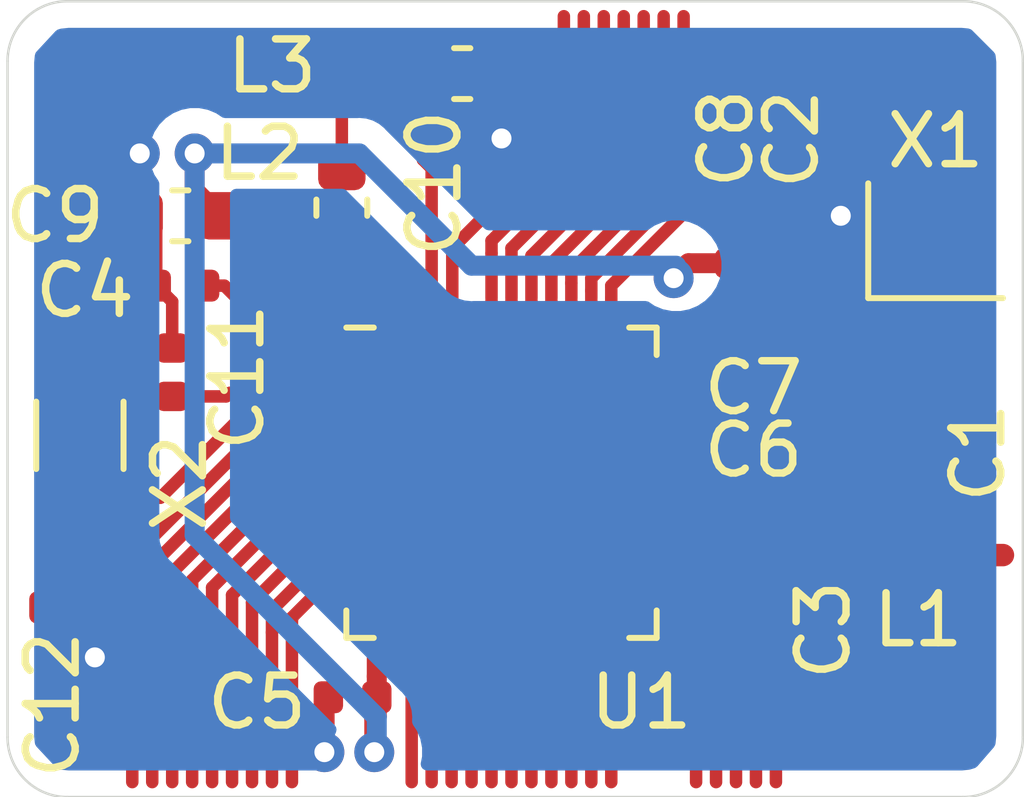
<source format=kicad_pcb>
(kicad_pcb (version 20171130) (host pcbnew "(5.1.2)-1")

  (general
    (thickness 1.6)
    (drawings 8)
    (tracks 233)
    (zones 0)
    (modules 18)
    (nets 48)
  )

  (page A4)
  (layers
    (0 F.Cu signal)
    (31 B.Cu signal)
    (32 B.Adhes user)
    (33 F.Adhes user)
    (34 B.Paste user)
    (35 F.Paste user)
    (36 B.SilkS user)
    (37 F.SilkS user)
    (38 B.Mask user)
    (39 F.Mask user)
    (40 Dwgs.User user)
    (41 Cmts.User user)
    (42 Eco1.User user)
    (43 Eco2.User user)
    (44 Edge.Cuts user)
    (45 Margin user)
    (46 B.CrtYd user)
    (47 F.CrtYd user)
    (48 B.Fab user)
    (49 F.Fab user hide)
  )

  (setup
    (last_trace_width 0.25)
    (trace_clearance 0.1)
    (zone_clearance 0.508)
    (zone_45_only no)
    (trace_min 0.2)
    (via_size 0.8)
    (via_drill 0.4)
    (via_min_size 0.4)
    (via_min_drill 0.3)
    (uvia_size 0.3)
    (uvia_drill 0.1)
    (uvias_allowed no)
    (uvia_min_size 0.2)
    (uvia_min_drill 0.1)
    (edge_width 0.05)
    (segment_width 0.2)
    (pcb_text_width 0.3)
    (pcb_text_size 1.5 1.5)
    (mod_edge_width 0.12)
    (mod_text_size 1 1)
    (mod_text_width 0.15)
    (pad_size 4.2 4.2)
    (pad_drill 0)
    (pad_to_mask_clearance 0.051)
    (solder_mask_min_width 0.25)
    (aux_axis_origin 0 0)
    (visible_elements 7FFFFFFF)
    (pcbplotparams
      (layerselection 0x010fc_ffffffff)
      (usegerberextensions false)
      (usegerberattributes false)
      (usegerberadvancedattributes false)
      (creategerberjobfile false)
      (excludeedgelayer true)
      (linewidth 0.100000)
      (plotframeref false)
      (viasonmask false)
      (mode 1)
      (useauxorigin false)
      (hpglpennumber 1)
      (hpglpenspeed 20)
      (hpglpendiameter 15.000000)
      (psnegative false)
      (psa4output false)
      (plotreference true)
      (plotvalue true)
      (plotinvisibletext false)
      (padsonsilk false)
      (subtractmaskfromsilk false)
      (outputformat 1)
      (mirror false)
      (drillshape 1)
      (scaleselection 1)
      (outputdirectory ""))
  )

  (net 0 "")
  (net 1 /XC1)
  (net 2 GND)
  (net 3 /XC2)
  (net 4 "Net-(C3-Pad1)")
  (net 5 /DEC1)
  (net 6 VDD)
  (net 7 /DEC2)
  (net 8 /DEC3)
  (net 9 /DEC4)
  (net 10 /P0.00-XL1)
  (net 11 /P0.01-XL2)
  (net 12 /RF)
  (net 13 "Net-(L2-Pad2)")
  (net 14 "Net-(L2-Pad1)")
  (net 15 "Net-(U1-Pad44)")
  (net 16 /P0.31-AIN7)
  (net 17 /P0.30-AIN6)
  (net 18 /P0.29-AIN5)
  (net 19 /P0.28-AIN4)
  (net 20 /P0.27)
  (net 21 /P0.26)
  (net 22 /P0.25)
  (net 23 /P0.24)
  (net 24 /P0.23)
  (net 25 /P0.22)
  (net 26 /SWDIO)
  (net 27 /SWDCLK)
  (net 28 /P0.21)
  (net 29 /P0.20)
  (net 30 /P0.19)
  (net 31 /P0.18)
  (net 32 /P0.17)
  (net 33 /P0.16)
  (net 34 /P0.15)
  (net 35 /P0.14)
  (net 36 /P0.13)
  (net 37 /P0.12)
  (net 38 /P0.11)
  (net 39 /P0.10)
  (net 40 /P0.09)
  (net 41 /P0.08)
  (net 42 /P0.07)
  (net 43 /P0.06)
  (net 44 /P0.05-AIN3)
  (net 45 /P0.04-AIN2)
  (net 46 /P0.03-AIN1)
  (net 47 /P0.02-AIN0)

  (net_class Default "This is the default net class."
    (clearance 0.1)
    (trace_width 0.25)
    (via_dia 0.8)
    (via_drill 0.4)
    (uvia_dia 0.3)
    (uvia_drill 0.1)
    (add_net /DEC1)
    (add_net /DEC2)
    (add_net /DEC3)
    (add_net /DEC4)
    (add_net /P0.00-XL1)
    (add_net /P0.01-XL2)
    (add_net /P0.02-AIN0)
    (add_net /P0.03-AIN1)
    (add_net /P0.04-AIN2)
    (add_net /P0.05-AIN3)
    (add_net /P0.06)
    (add_net /P0.07)
    (add_net /P0.08)
    (add_net /P0.09)
    (add_net /P0.10)
    (add_net /P0.11)
    (add_net /P0.12)
    (add_net /P0.13)
    (add_net /P0.14)
    (add_net /P0.15)
    (add_net /P0.16)
    (add_net /P0.17)
    (add_net /P0.18)
    (add_net /P0.19)
    (add_net /P0.20)
    (add_net /P0.21)
    (add_net /P0.22)
    (add_net /P0.23)
    (add_net /P0.24)
    (add_net /P0.25)
    (add_net /P0.26)
    (add_net /P0.27)
    (add_net /P0.28-AIN4)
    (add_net /P0.29-AIN5)
    (add_net /P0.30-AIN6)
    (add_net /P0.31-AIN7)
    (add_net /SWDCLK)
    (add_net /SWDIO)
    (add_net /XC1)
    (add_net /XC2)
    (add_net GND)
    (add_net "Net-(C3-Pad1)")
    (add_net "Net-(L2-Pad1)")
    (add_net "Net-(L2-Pad2)")
    (add_net "Net-(U1-Pad44)")
  )

  (net_class Power ""
    (clearance 0.1)
    (trace_width 0.35)
    (via_dia 0.8)
    (via_drill 0.4)
    (uvia_dia 0.3)
    (uvia_drill 0.1)
    (add_net VDD)
  )

  (net_class RF ""
    (clearance 0.1)
    (trace_width 0.45)
    (via_dia 0.8)
    (via_drill 0.4)
    (uvia_dia 0.3)
    (uvia_drill 0.1)
    (add_net /RF)
  )

  (module Crystal:Crystal_SMD_3215-2Pin_3.2x1.5mm (layer F.Cu) (tedit 5A0FD1B2) (tstamp 5CFE86BB)
    (at 102.35 84.75 90)
    (descr "SMD Crystal FC-135 https://support.epson.biz/td/api/doc_check.php?dl=brief_FC-135R_en.pdf")
    (tags "SMD SMT Crystal")
    (path /5CF93EA7)
    (attr smd)
    (fp_text reference X2 (at -0.95 2 90) (layer F.SilkS)
      (effects (font (size 1 1) (thickness 0.15)))
    )
    (fp_text value 32.768kHz (at 0 2 90) (layer F.Fab)
      (effects (font (size 1 1) (thickness 0.15)))
    )
    (fp_line (start 2 -1.15) (end 2 1.15) (layer F.CrtYd) (width 0.05))
    (fp_line (start -2 -1.15) (end -2 1.15) (layer F.CrtYd) (width 0.05))
    (fp_line (start -2 1.15) (end 2 1.15) (layer F.CrtYd) (width 0.05))
    (fp_line (start -1.6 0.75) (end 1.6 0.75) (layer F.Fab) (width 0.1))
    (fp_line (start -1.6 -0.75) (end 1.6 -0.75) (layer F.Fab) (width 0.1))
    (fp_line (start 1.6 -0.75) (end 1.6 0.75) (layer F.Fab) (width 0.1))
    (fp_line (start -0.675 -0.875) (end 0.675 -0.875) (layer F.SilkS) (width 0.12))
    (fp_line (start -0.675 0.875) (end 0.675 0.875) (layer F.SilkS) (width 0.12))
    (fp_line (start -1.6 -0.75) (end -1.6 0.75) (layer F.Fab) (width 0.1))
    (fp_line (start -2 -1.15) (end 2 -1.15) (layer F.CrtYd) (width 0.05))
    (fp_text user %R (at -0.95 2 90) (layer F.Fab)
      (effects (font (size 1 1) (thickness 0.15)))
    )
    (pad 2 smd rect (at -1.25 0 90) (size 1 1.8) (layers F.Cu F.Paste F.Mask)
      (net 11 /P0.01-XL2))
    (pad 1 smd rect (at 1.25 0 90) (size 1 1.8) (layers F.Cu F.Paste F.Mask)
      (net 10 /P0.00-XL1))
    (model ${KISYS3DMOD}/Crystal.3dshapes/Crystal_SMD_3215-2Pin_3.2x1.5mm.wrl
      (at (xyz 0 0 0))
      (scale (xyz 1 1 1))
      (rotate (xyz 0 0 0))
    )
  )

  (module Crystal:Crystal_SMD_2016-4Pin_2.0x1.6mm (layer F.Cu) (tedit 5A0FD1B2) (tstamp 5CFE68B5)
    (at 119.5 80.85)
    (descr "SMD Crystal SERIES SMD2016/4 http://www.q-crystal.com/upload/5/2015552223166229.pdf, 2.0x1.6mm^2 package")
    (tags "SMD SMT crystal")
    (path /5CF93377)
    (attr smd)
    (fp_text reference X1 (at 0 -2) (layer F.SilkS)
      (effects (font (size 1 1) (thickness 0.15)))
    )
    (fp_text value 32MHz (at 0 2) (layer F.Fab)
      (effects (font (size 1 1) (thickness 0.15)))
    )
    (fp_line (start 1.4 -1.3) (end -1.4 -1.3) (layer F.CrtYd) (width 0.05))
    (fp_line (start 1.4 1.3) (end 1.4 -1.3) (layer F.CrtYd) (width 0.05))
    (fp_line (start -1.4 1.3) (end 1.4 1.3) (layer F.CrtYd) (width 0.05))
    (fp_line (start -1.4 -1.3) (end -1.4 1.3) (layer F.CrtYd) (width 0.05))
    (fp_line (start -1.35 1.15) (end 1.35 1.15) (layer F.SilkS) (width 0.12))
    (fp_line (start -1.35 -1.15) (end -1.35 1.15) (layer F.SilkS) (width 0.12))
    (fp_line (start -1 0.3) (end -0.5 0.8) (layer F.Fab) (width 0.1))
    (fp_line (start -1 -0.7) (end -0.9 -0.8) (layer F.Fab) (width 0.1))
    (fp_line (start -1 0.7) (end -1 -0.7) (layer F.Fab) (width 0.1))
    (fp_line (start -0.9 0.8) (end -1 0.7) (layer F.Fab) (width 0.1))
    (fp_line (start 0.9 0.8) (end -0.9 0.8) (layer F.Fab) (width 0.1))
    (fp_line (start 1 0.7) (end 0.9 0.8) (layer F.Fab) (width 0.1))
    (fp_line (start 1 -0.7) (end 1 0.7) (layer F.Fab) (width 0.1))
    (fp_line (start 0.9 -0.8) (end 1 -0.7) (layer F.Fab) (width 0.1))
    (fp_line (start -0.9 -0.8) (end 0.9 -0.8) (layer F.Fab) (width 0.1))
    (fp_text user %R (at 0 0) (layer F.Fab)
      (effects (font (size 0.5 0.5) (thickness 0.075)))
    )
    (pad 4 smd rect (at -0.7 -0.55) (size 0.9 0.8) (layers F.Cu F.Paste F.Mask))
    (pad 3 smd rect (at 0.7 -0.55) (size 0.9 0.8) (layers F.Cu F.Paste F.Mask))
    (pad 2 smd rect (at 0.7 0.55) (size 0.9 0.8) (layers F.Cu F.Paste F.Mask)
      (net 1 /XC1))
    (pad 1 smd rect (at -0.7 0.55) (size 0.9 0.8) (layers F.Cu F.Paste F.Mask)
      (net 3 /XC2))
    (model ${KISYS3DMOD}/Crystal.3dshapes/Crystal_SMD_2016-4Pin_2.0x1.6mm.wrl
      (at (xyz 0 0 0))
      (scale (xyz 1 1 1))
      (rotate (xyz 0 0 0))
    )
  )

  (module Package_DFN_QFN:QFN-48-1EP_6x6mm_P0.4mm_EP4.2x4.2mm (layer F.Cu) (tedit 5CFD98C9) (tstamp 5CFEA09F)
    (at 110.8 85.7)
    (descr "QFN, 48 Pin (https://static.dev.sifive.com/SiFive-FE310-G000-datasheet-v1p5.pdf#page=20), generated with kicad-footprint-generator ipc_dfn_qfn_generator.py")
    (tags "QFN DFN_QFN")
    (path /5CF69354)
    (attr smd)
    (fp_text reference U1 (at 2.8 4.4) (layer F.SilkS)
      (effects (font (size 1 1) (thickness 0.15)))
    )
    (fp_text value nRF52832-QFAA (at 0 4.32) (layer F.Fab)
      (effects (font (size 1 1) (thickness 0.15)))
    )
    (fp_text user %R (at 0 0) (layer F.Fab)
      (effects (font (size 1 1) (thickness 0.15)))
    )
    (fp_line (start 3.62 -3.62) (end -3.62 -3.62) (layer F.CrtYd) (width 0.05))
    (fp_line (start 3.62 3.62) (end 3.62 -3.62) (layer F.CrtYd) (width 0.05))
    (fp_line (start -3.62 3.62) (end 3.62 3.62) (layer F.CrtYd) (width 0.05))
    (fp_line (start -3.62 -3.62) (end -3.62 3.62) (layer F.CrtYd) (width 0.05))
    (fp_line (start -3 -2) (end -2 -3) (layer F.Fab) (width 0.1))
    (fp_line (start -3 3) (end -3 -2) (layer F.Fab) (width 0.1))
    (fp_line (start 3 3) (end -3 3) (layer F.Fab) (width 0.1))
    (fp_line (start 3 -3) (end 3 3) (layer F.Fab) (width 0.1))
    (fp_line (start -2 -3) (end 3 -3) (layer F.Fab) (width 0.1))
    (fp_line (start -2.56 -3.11) (end -3.11 -3.11) (layer F.SilkS) (width 0.12))
    (fp_line (start 3.11 3.11) (end 3.11 2.56) (layer F.SilkS) (width 0.12))
    (fp_line (start 2.56 3.11) (end 3.11 3.11) (layer F.SilkS) (width 0.12))
    (fp_line (start -3.11 3.11) (end -3.11 2.56) (layer F.SilkS) (width 0.12))
    (fp_line (start -2.56 3.11) (end -3.11 3.11) (layer F.SilkS) (width 0.12))
    (fp_line (start 3.11 -3.11) (end 3.11 -2.56) (layer F.SilkS) (width 0.12))
    (fp_line (start 2.56 -3.11) (end 3.11 -3.11) (layer F.SilkS) (width 0.12))
    (pad 48 smd roundrect (at -2.2 -2.95) (size 0.2 0.85) (layers F.Cu F.Paste F.Mask) (roundrect_rratio 0.25)
      (net 6 VDD))
    (pad 47 smd roundrect (at -1.8 -2.95) (size 0.2 0.85) (layers F.Cu F.Paste F.Mask) (roundrect_rratio 0.25)
      (net 13 "Net-(L2-Pad2)"))
    (pad 46 smd roundrect (at -1.4 -2.95) (size 0.2 0.85) (layers F.Cu F.Paste F.Mask) (roundrect_rratio 0.25)
      (net 9 /DEC4))
    (pad 45 smd roundrect (at -1 -2.95) (size 0.2 0.85) (layers F.Cu F.Paste F.Mask) (roundrect_rratio 0.25)
      (net 2 GND))
    (pad 44 smd roundrect (at -0.6 -2.95) (size 0.2 0.85) (layers F.Cu F.Paste F.Mask) (roundrect_rratio 0.25)
      (net 15 "Net-(U1-Pad44)"))
    (pad 43 smd roundrect (at -0.2 -2.95) (size 0.2 0.85) (layers F.Cu F.Paste F.Mask) (roundrect_rratio 0.25)
      (net 16 /P0.31-AIN7))
    (pad 42 smd roundrect (at 0.2 -2.95) (size 0.2 0.85) (layers F.Cu F.Paste F.Mask) (roundrect_rratio 0.25)
      (net 17 /P0.30-AIN6))
    (pad 41 smd roundrect (at 0.6 -2.95) (size 0.2 0.85) (layers F.Cu F.Paste F.Mask) (roundrect_rratio 0.25)
      (net 18 /P0.29-AIN5))
    (pad 40 smd roundrect (at 1 -2.95) (size 0.2 0.85) (layers F.Cu F.Paste F.Mask) (roundrect_rratio 0.25)
      (net 19 /P0.28-AIN4))
    (pad 39 smd roundrect (at 1.4 -2.95) (size 0.2 0.85) (layers F.Cu F.Paste F.Mask) (roundrect_rratio 0.25)
      (net 20 /P0.27))
    (pad 38 smd roundrect (at 1.8 -2.95) (size 0.2 0.85) (layers F.Cu F.Paste F.Mask) (roundrect_rratio 0.25)
      (net 21 /P0.26))
    (pad 37 smd roundrect (at 2.2 -2.95) (size 0.2 0.85) (layers F.Cu F.Paste F.Mask) (roundrect_rratio 0.25)
      (net 22 /P0.25))
    (pad 36 smd roundrect (at 2.95 -2.2) (size 0.85 0.2) (layers F.Cu F.Paste F.Mask) (roundrect_rratio 0.25)
      (net 6 VDD))
    (pad 35 smd roundrect (at 2.95 -1.8) (size 0.85 0.2) (layers F.Cu F.Paste F.Mask) (roundrect_rratio 0.25)
      (net 3 /XC2))
    (pad 34 smd roundrect (at 2.95 -1.4) (size 0.85 0.2) (layers F.Cu F.Paste F.Mask) (roundrect_rratio 0.25)
      (net 1 /XC1))
    (pad 33 smd roundrect (at 2.95 -1) (size 0.85 0.2) (layers F.Cu F.Paste F.Mask) (roundrect_rratio 0.25)
      (net 8 /DEC3))
    (pad 32 smd roundrect (at 2.95 -0.6) (size 0.85 0.2) (layers F.Cu F.Paste F.Mask) (roundrect_rratio 0.25)
      (net 7 /DEC2))
    (pad 31 smd roundrect (at 2.95 -0.2) (size 0.85 0.2) (layers F.Cu F.Paste F.Mask) (roundrect_rratio 0.25)
      (net 2 GND))
    (pad 30 smd roundrect (at 2.95 0.2) (size 0.85 0.2) (layers F.Cu F.Paste F.Mask) (roundrect_rratio 0.25)
      (net 4 "Net-(C3-Pad1)"))
    (pad 29 smd roundrect (at 2.95 0.6) (size 0.85 0.2) (layers F.Cu F.Paste F.Mask) (roundrect_rratio 0.25)
      (net 23 /P0.24))
    (pad 28 smd roundrect (at 2.95 1) (size 0.85 0.2) (layers F.Cu F.Paste F.Mask) (roundrect_rratio 0.25)
      (net 24 /P0.23))
    (pad 27 smd roundrect (at 2.95 1.4) (size 0.85 0.2) (layers F.Cu F.Paste F.Mask) (roundrect_rratio 0.25)
      (net 25 /P0.22))
    (pad 26 smd roundrect (at 2.95 1.8) (size 0.85 0.2) (layers F.Cu F.Paste F.Mask) (roundrect_rratio 0.25)
      (net 26 /SWDIO))
    (pad 25 smd roundrect (at 2.95 2.2) (size 0.85 0.2) (layers F.Cu F.Paste F.Mask) (roundrect_rratio 0.25)
      (net 27 /SWDCLK))
    (pad 24 smd roundrect (at 2.2 2.95) (size 0.2 0.85) (layers F.Cu F.Paste F.Mask) (roundrect_rratio 0.25)
      (net 28 /P0.21))
    (pad 23 smd roundrect (at 1.8 2.95) (size 0.2 0.85) (layers F.Cu F.Paste F.Mask) (roundrect_rratio 0.25)
      (net 29 /P0.20))
    (pad 22 smd roundrect (at 1.4 2.95) (size 0.2 0.85) (layers F.Cu F.Paste F.Mask) (roundrect_rratio 0.25)
      (net 30 /P0.19))
    (pad 21 smd roundrect (at 1 2.95) (size 0.2 0.85) (layers F.Cu F.Paste F.Mask) (roundrect_rratio 0.25)
      (net 31 /P0.18))
    (pad 20 smd roundrect (at 0.6 2.95) (size 0.2 0.85) (layers F.Cu F.Paste F.Mask) (roundrect_rratio 0.25)
      (net 32 /P0.17))
    (pad 19 smd roundrect (at 0.2 2.95) (size 0.2 0.85) (layers F.Cu F.Paste F.Mask) (roundrect_rratio 0.25)
      (net 33 /P0.16))
    (pad 18 smd roundrect (at -0.2 2.95) (size 0.2 0.85) (layers F.Cu F.Paste F.Mask) (roundrect_rratio 0.25)
      (net 34 /P0.15))
    (pad 17 smd roundrect (at -0.6 2.95) (size 0.2 0.85) (layers F.Cu F.Paste F.Mask) (roundrect_rratio 0.25)
      (net 35 /P0.14))
    (pad 16 smd roundrect (at -1 2.95) (size 0.2 0.85) (layers F.Cu F.Paste F.Mask) (roundrect_rratio 0.25)
      (net 36 /P0.13))
    (pad 15 smd roundrect (at -1.4 2.95) (size 0.2 0.85) (layers F.Cu F.Paste F.Mask) (roundrect_rratio 0.25)
      (net 37 /P0.12))
    (pad 14 smd roundrect (at -1.8 2.95) (size 0.2 0.85) (layers F.Cu F.Paste F.Mask) (roundrect_rratio 0.25)
      (net 38 /P0.11))
    (pad 13 smd roundrect (at -2.2 2.95) (size 0.2 0.85) (layers F.Cu F.Paste F.Mask) (roundrect_rratio 0.25)
      (net 6 VDD))
    (pad 12 smd roundrect (at -2.95 2.2) (size 0.85 0.2) (layers F.Cu F.Paste F.Mask) (roundrect_rratio 0.25)
      (net 39 /P0.10))
    (pad 11 smd roundrect (at -2.95 1.8) (size 0.85 0.2) (layers F.Cu F.Paste F.Mask) (roundrect_rratio 0.25)
      (net 40 /P0.09))
    (pad 10 smd roundrect (at -2.95 1.4) (size 0.85 0.2) (layers F.Cu F.Paste F.Mask) (roundrect_rratio 0.25)
      (net 41 /P0.08))
    (pad 9 smd roundrect (at -2.95 1) (size 0.85 0.2) (layers F.Cu F.Paste F.Mask) (roundrect_rratio 0.25)
      (net 42 /P0.07))
    (pad 8 smd roundrect (at -2.95 0.6) (size 0.85 0.2) (layers F.Cu F.Paste F.Mask) (roundrect_rratio 0.25)
      (net 43 /P0.06))
    (pad 7 smd roundrect (at -2.95 0.2) (size 0.85 0.2) (layers F.Cu F.Paste F.Mask) (roundrect_rratio 0.25)
      (net 44 /P0.05-AIN3))
    (pad 6 smd roundrect (at -2.95 -0.2) (size 0.85 0.2) (layers F.Cu F.Paste F.Mask) (roundrect_rratio 0.25)
      (net 45 /P0.04-AIN2))
    (pad 5 smd roundrect (at -2.95 -0.6) (size 0.85 0.2) (layers F.Cu F.Paste F.Mask) (roundrect_rratio 0.25)
      (net 46 /P0.03-AIN1))
    (pad 4 smd roundrect (at -2.95 -1) (size 0.85 0.2) (layers F.Cu F.Paste F.Mask) (roundrect_rratio 0.25)
      (net 47 /P0.02-AIN0))
    (pad 3 smd roundrect (at -2.95 -1.4) (size 0.85 0.2) (layers F.Cu F.Paste F.Mask) (roundrect_rratio 0.25)
      (net 11 /P0.01-XL2))
    (pad 2 smd roundrect (at -2.95 -1.8) (size 0.85 0.2) (layers F.Cu F.Paste F.Mask) (roundrect_rratio 0.25)
      (net 10 /P0.00-XL1))
    (pad 1 smd roundrect (at -2.95 -2.2) (size 0.85 0.2) (layers F.Cu F.Paste F.Mask) (roundrect_rratio 0.25)
      (net 5 /DEC1))
    (pad "" smd roundrect (at 1.4 1.4) (size 1.13 1.13) (layers F.Paste) (roundrect_rratio 0.221239))
    (pad "" smd roundrect (at 1.4 0) (size 1.13 1.13) (layers F.Paste) (roundrect_rratio 0.221239))
    (pad "" smd roundrect (at 1.4 -1.4) (size 1.13 1.13) (layers F.Paste) (roundrect_rratio 0.221239))
    (pad "" smd roundrect (at 0 1.4) (size 1.13 1.13) (layers F.Paste) (roundrect_rratio 0.221239))
    (pad "" smd roundrect (at 0 0) (size 1.13 1.13) (layers F.Paste) (roundrect_rratio 0.221239))
    (pad "" smd roundrect (at 0 -1.4) (size 1.13 1.13) (layers F.Paste) (roundrect_rratio 0.221239))
    (pad "" smd roundrect (at -1.4 1.4) (size 1.13 1.13) (layers F.Paste) (roundrect_rratio 0.221239))
    (pad "" smd roundrect (at -1.4 0) (size 1.13 1.13) (layers F.Paste) (roundrect_rratio 0.221239))
    (pad "" smd roundrect (at -1.4 -1.4) (size 1.13 1.13) (layers F.Paste) (roundrect_rratio 0.221239))
    (pad 49 smd roundrect (at 0 0) (size 4.2 4.2) (layers F.Cu F.Mask) (roundrect_rratio 0.06)
      (net 2 GND))
    (model ${KISYS3DMOD}/Package_DFN_QFN.3dshapes/QFN-48-1EP_6x6mm_P0.4mm_EP4.2x4.2mm.wrl
      (at (xyz 0 0 0))
      (scale (xyz 1 1 1))
      (rotate (xyz 0 0 0))
    )
  )

  (module Inductor_SMD:L_0402_1005Metric (layer F.Cu) (tedit 5B301BBE) (tstamp 5CFE684E)
    (at 107.6 77.515 270)
    (descr "Inductor SMD 0402 (1005 Metric), square (rectangular) end terminal, IPC_7351 nominal, (Body size source: http://www.tortai-tech.com/upload/download/2011102023233369053.pdf), generated with kicad-footprint-generator")
    (tags inductor)
    (path /5CF91212)
    (attr smd)
    (fp_text reference L3 (at -0.165 1.4 180) (layer F.SilkS)
      (effects (font (size 1 1) (thickness 0.15)))
    )
    (fp_text value 15nH (at 0 1.17 90) (layer F.Fab)
      (effects (font (size 1 1) (thickness 0.15)))
    )
    (fp_text user %R (at 0 0 90) (layer F.Fab)
      (effects (font (size 0.25 0.25) (thickness 0.04)))
    )
    (fp_line (start 0.93 0.47) (end -0.93 0.47) (layer F.CrtYd) (width 0.05))
    (fp_line (start 0.93 -0.47) (end 0.93 0.47) (layer F.CrtYd) (width 0.05))
    (fp_line (start -0.93 -0.47) (end 0.93 -0.47) (layer F.CrtYd) (width 0.05))
    (fp_line (start -0.93 0.47) (end -0.93 -0.47) (layer F.CrtYd) (width 0.05))
    (fp_line (start 0.5 0.25) (end -0.5 0.25) (layer F.Fab) (width 0.1))
    (fp_line (start 0.5 -0.25) (end 0.5 0.25) (layer F.Fab) (width 0.1))
    (fp_line (start -0.5 -0.25) (end 0.5 -0.25) (layer F.Fab) (width 0.1))
    (fp_line (start -0.5 0.25) (end -0.5 -0.25) (layer F.Fab) (width 0.1))
    (pad 2 smd roundrect (at 0.485 0 270) (size 0.59 0.64) (layers F.Cu F.Paste F.Mask) (roundrect_rratio 0.25)
      (net 14 "Net-(L2-Pad1)"))
    (pad 1 smd roundrect (at -0.485 0 270) (size 0.59 0.64) (layers F.Cu F.Paste F.Mask) (roundrect_rratio 0.25)
      (net 9 /DEC4))
    (model ${KISYS3DMOD}/Inductor_SMD.3dshapes/L_0402_1005Metric.wrl
      (at (xyz 0 0 0))
      (scale (xyz 1 1 1))
      (rotate (xyz 0 0 0))
    )
  )

  (module Inductor_SMD:L_0603_1608Metric (layer F.Cu) (tedit 5B301BBE) (tstamp 5CFE683F)
    (at 107.6 80.1875 270)
    (descr "Inductor SMD 0603 (1608 Metric), square (rectangular) end terminal, IPC_7351 nominal, (Body size source: http://www.tortai-tech.com/upload/download/2011102023233369053.pdf), generated with kicad-footprint-generator")
    (tags inductor)
    (path /5CF911D0)
    (attr smd)
    (fp_text reference L2 (at -1.0875 1.65 180) (layer F.SilkS)
      (effects (font (size 1 1) (thickness 0.15)))
    )
    (fp_text value 10µH (at 0 1.43 90) (layer F.Fab)
      (effects (font (size 1 1) (thickness 0.15)))
    )
    (fp_text user %R (at 0 0 90) (layer F.Fab)
      (effects (font (size 0.4 0.4) (thickness 0.06)))
    )
    (fp_line (start 1.48 0.73) (end -1.48 0.73) (layer F.CrtYd) (width 0.05))
    (fp_line (start 1.48 -0.73) (end 1.48 0.73) (layer F.CrtYd) (width 0.05))
    (fp_line (start -1.48 -0.73) (end 1.48 -0.73) (layer F.CrtYd) (width 0.05))
    (fp_line (start -1.48 0.73) (end -1.48 -0.73) (layer F.CrtYd) (width 0.05))
    (fp_line (start -0.162779 0.51) (end 0.162779 0.51) (layer F.SilkS) (width 0.12))
    (fp_line (start -0.162779 -0.51) (end 0.162779 -0.51) (layer F.SilkS) (width 0.12))
    (fp_line (start 0.8 0.4) (end -0.8 0.4) (layer F.Fab) (width 0.1))
    (fp_line (start 0.8 -0.4) (end 0.8 0.4) (layer F.Fab) (width 0.1))
    (fp_line (start -0.8 -0.4) (end 0.8 -0.4) (layer F.Fab) (width 0.1))
    (fp_line (start -0.8 0.4) (end -0.8 -0.4) (layer F.Fab) (width 0.1))
    (pad 2 smd roundrect (at 0.7875 0 270) (size 0.875 0.95) (layers F.Cu F.Paste F.Mask) (roundrect_rratio 0.25)
      (net 13 "Net-(L2-Pad2)"))
    (pad 1 smd roundrect (at -0.7875 0 270) (size 0.875 0.95) (layers F.Cu F.Paste F.Mask) (roundrect_rratio 0.25)
      (net 14 "Net-(L2-Pad1)"))
    (model ${KISYS3DMOD}/Inductor_SMD.3dshapes/L_0603_1608Metric.wrl
      (at (xyz 0 0 0))
      (scale (xyz 1 1 1))
      (rotate (xyz 0 0 0))
    )
  )

  (module Inductor_SMD:L_0402_1005Metric (layer F.Cu) (tedit 5B301BBE) (tstamp 5CFE682E)
    (at 119.035 87.15 180)
    (descr "Inductor SMD 0402 (1005 Metric), square (rectangular) end terminal, IPC_7351 nominal, (Body size source: http://www.tortai-tech.com/upload/download/2011102023233369053.pdf), generated with kicad-footprint-generator")
    (tags inductor)
    (path /5CF8FBAA)
    (attr smd)
    (fp_text reference L1 (at -0.115 -1.3) (layer F.SilkS)
      (effects (font (size 1 1) (thickness 0.15)))
    )
    (fp_text value 3.9nH (at 0 1.17) (layer F.Fab)
      (effects (font (size 1 1) (thickness 0.15)))
    )
    (fp_text user %R (at 0 0) (layer F.Fab)
      (effects (font (size 0.25 0.25) (thickness 0.04)))
    )
    (fp_line (start 0.93 0.47) (end -0.93 0.47) (layer F.CrtYd) (width 0.05))
    (fp_line (start 0.93 -0.47) (end 0.93 0.47) (layer F.CrtYd) (width 0.05))
    (fp_line (start -0.93 -0.47) (end 0.93 -0.47) (layer F.CrtYd) (width 0.05))
    (fp_line (start -0.93 0.47) (end -0.93 -0.47) (layer F.CrtYd) (width 0.05))
    (fp_line (start 0.5 0.25) (end -0.5 0.25) (layer F.Fab) (width 0.1))
    (fp_line (start 0.5 -0.25) (end 0.5 0.25) (layer F.Fab) (width 0.1))
    (fp_line (start -0.5 -0.25) (end 0.5 -0.25) (layer F.Fab) (width 0.1))
    (fp_line (start -0.5 0.25) (end -0.5 -0.25) (layer F.Fab) (width 0.1))
    (pad 2 smd roundrect (at 0.485 0 180) (size 0.59 0.64) (layers F.Cu F.Paste F.Mask) (roundrect_rratio 0.25)
      (net 4 "Net-(C3-Pad1)"))
    (pad 1 smd roundrect (at -0.485 0 180) (size 0.59 0.64) (layers F.Cu F.Paste F.Mask) (roundrect_rratio 0.25)
      (net 12 /RF))
    (model ${KISYS3DMOD}/Inductor_SMD.3dshapes/L_0402_1005Metric.wrl
      (at (xyz 0 0 0))
      (scale (xyz 1 1 1))
      (rotate (xyz 0 0 0))
    )
  )

  (module Capacitor_SMD:C_0402_1005Metric (layer F.Cu) (tedit 5B301BBE) (tstamp 5CFEAC5E)
    (at 102.115 88.2)
    (descr "Capacitor SMD 0402 (1005 Metric), square (rectangular) end terminal, IPC_7351 nominal, (Body size source: http://www.tortai-tech.com/upload/download/2011102023233369053.pdf), generated with kicad-footprint-generator")
    (tags capacitor)
    (path /5CF885DB)
    (attr smd)
    (fp_text reference C12 (at -0.315 1.95 90) (layer F.SilkS)
      (effects (font (size 1 1) (thickness 0.15)))
    )
    (fp_text value 12pF (at 0 1.17) (layer F.Fab)
      (effects (font (size 1 1) (thickness 0.15)))
    )
    (fp_text user %R (at 0 0) (layer F.Fab)
      (effects (font (size 0.25 0.25) (thickness 0.04)))
    )
    (fp_line (start 0.93 0.47) (end -0.93 0.47) (layer F.CrtYd) (width 0.05))
    (fp_line (start 0.93 -0.47) (end 0.93 0.47) (layer F.CrtYd) (width 0.05))
    (fp_line (start -0.93 -0.47) (end 0.93 -0.47) (layer F.CrtYd) (width 0.05))
    (fp_line (start -0.93 0.47) (end -0.93 -0.47) (layer F.CrtYd) (width 0.05))
    (fp_line (start 0.5 0.25) (end -0.5 0.25) (layer F.Fab) (width 0.1))
    (fp_line (start 0.5 -0.25) (end 0.5 0.25) (layer F.Fab) (width 0.1))
    (fp_line (start -0.5 -0.25) (end 0.5 -0.25) (layer F.Fab) (width 0.1))
    (fp_line (start -0.5 0.25) (end -0.5 -0.25) (layer F.Fab) (width 0.1))
    (pad 2 smd roundrect (at 0.485 0) (size 0.59 0.64) (layers F.Cu F.Paste F.Mask) (roundrect_rratio 0.25)
      (net 2 GND))
    (pad 1 smd roundrect (at -0.485 0) (size 0.59 0.64) (layers F.Cu F.Paste F.Mask) (roundrect_rratio 0.25)
      (net 11 /P0.01-XL2))
    (model ${KISYS3DMOD}/Capacitor_SMD.3dshapes/C_0402_1005Metric.wrl
      (at (xyz 0 0 0))
      (scale (xyz 1 1 1))
      (rotate (xyz 0 0 0))
    )
  )

  (module Capacitor_SMD:C_0402_1005Metric (layer F.Cu) (tedit 5B301BBE) (tstamp 5CFE6810)
    (at 104.2 83.485 90)
    (descr "Capacitor SMD 0402 (1005 Metric), square (rectangular) end terminal, IPC_7351 nominal, (Body size source: http://www.tortai-tech.com/upload/download/2011102023233369053.pdf), generated with kicad-footprint-generator")
    (tags capacitor)
    (path /5CF885D5)
    (attr smd)
    (fp_text reference C11 (at -0.1 1.3 90) (layer F.SilkS)
      (effects (font (size 1 1) (thickness 0.15)))
    )
    (fp_text value 12pF (at 0 1.17 90) (layer F.Fab)
      (effects (font (size 1 1) (thickness 0.15)))
    )
    (fp_text user %R (at 0 0 90) (layer F.Fab)
      (effects (font (size 0.25 0.25) (thickness 0.04)))
    )
    (fp_line (start 0.93 0.47) (end -0.93 0.47) (layer F.CrtYd) (width 0.05))
    (fp_line (start 0.93 -0.47) (end 0.93 0.47) (layer F.CrtYd) (width 0.05))
    (fp_line (start -0.93 -0.47) (end 0.93 -0.47) (layer F.CrtYd) (width 0.05))
    (fp_line (start -0.93 0.47) (end -0.93 -0.47) (layer F.CrtYd) (width 0.05))
    (fp_line (start 0.5 0.25) (end -0.5 0.25) (layer F.Fab) (width 0.1))
    (fp_line (start 0.5 -0.25) (end 0.5 0.25) (layer F.Fab) (width 0.1))
    (fp_line (start -0.5 -0.25) (end 0.5 -0.25) (layer F.Fab) (width 0.1))
    (fp_line (start -0.5 0.25) (end -0.5 -0.25) (layer F.Fab) (width 0.1))
    (pad 2 smd roundrect (at 0.485 0 90) (size 0.59 0.64) (layers F.Cu F.Paste F.Mask) (roundrect_rratio 0.25)
      (net 2 GND))
    (pad 1 smd roundrect (at -0.485 0 90) (size 0.59 0.64) (layers F.Cu F.Paste F.Mask) (roundrect_rratio 0.25)
      (net 10 /P0.00-XL1))
    (model ${KISYS3DMOD}/Capacitor_SMD.3dshapes/C_0402_1005Metric.wrl
      (at (xyz 0 0 0))
      (scale (xyz 1 1 1))
      (rotate (xyz 0 0 0))
    )
  )

  (module Capacitor_SMD:C_0603_1608Metric (layer F.Cu) (tedit 5B301BBE) (tstamp 5CFE9352)
    (at 110.0125 77.5)
    (descr "Capacitor SMD 0603 (1608 Metric), square (rectangular) end terminal, IPC_7351 nominal, (Body size source: http://www.tortai-tech.com/upload/download/2011102023233369053.pdf), generated with kicad-footprint-generator")
    (tags capacitor)
    (path /5CF76B18)
    (attr smd)
    (fp_text reference C10 (at -0.5625 2.2 90) (layer F.SilkS)
      (effects (font (size 1 1) (thickness 0.15)))
    )
    (fp_text value 1.0µF (at 0 1.43) (layer F.Fab)
      (effects (font (size 1 1) (thickness 0.15)))
    )
    (fp_text user %R (at 0 0) (layer F.Fab)
      (effects (font (size 0.4 0.4) (thickness 0.06)))
    )
    (fp_line (start 1.48 0.73) (end -1.48 0.73) (layer F.CrtYd) (width 0.05))
    (fp_line (start 1.48 -0.73) (end 1.48 0.73) (layer F.CrtYd) (width 0.05))
    (fp_line (start -1.48 -0.73) (end 1.48 -0.73) (layer F.CrtYd) (width 0.05))
    (fp_line (start -1.48 0.73) (end -1.48 -0.73) (layer F.CrtYd) (width 0.05))
    (fp_line (start -0.162779 0.51) (end 0.162779 0.51) (layer F.SilkS) (width 0.12))
    (fp_line (start -0.162779 -0.51) (end 0.162779 -0.51) (layer F.SilkS) (width 0.12))
    (fp_line (start 0.8 0.4) (end -0.8 0.4) (layer F.Fab) (width 0.1))
    (fp_line (start 0.8 -0.4) (end 0.8 0.4) (layer F.Fab) (width 0.1))
    (fp_line (start -0.8 -0.4) (end 0.8 -0.4) (layer F.Fab) (width 0.1))
    (fp_line (start -0.8 0.4) (end -0.8 -0.4) (layer F.Fab) (width 0.1))
    (pad 2 smd roundrect (at 0.7875 0) (size 0.875 0.95) (layers F.Cu F.Paste F.Mask) (roundrect_rratio 0.25)
      (net 2 GND))
    (pad 1 smd roundrect (at -0.7875 0) (size 0.875 0.95) (layers F.Cu F.Paste F.Mask) (roundrect_rratio 0.25)
      (net 9 /DEC4))
    (model ${KISYS3DMOD}/Capacitor_SMD.3dshapes/C_0603_1608Metric.wrl
      (at (xyz 0 0 0))
      (scale (xyz 1 1 1))
      (rotate (xyz 0 0 0))
    )
  )

  (module Capacitor_SMD:C_0603_1608Metric (layer F.Cu) (tedit 5B301BBE) (tstamp 5CFE67F0)
    (at 104.3625 80.35 180)
    (descr "Capacitor SMD 0603 (1608 Metric), square (rectangular) end terminal, IPC_7351 nominal, (Body size source: http://www.tortai-tech.com/upload/download/2011102023233369053.pdf), generated with kicad-footprint-generator")
    (tags capacitor)
    (path /5CF75524)
    (attr smd)
    (fp_text reference C9 (at 2.5125 0) (layer F.SilkS)
      (effects (font (size 1 1) (thickness 0.15)))
    )
    (fp_text value 4.7µF (at 0 1.43) (layer F.Fab)
      (effects (font (size 1 1) (thickness 0.15)))
    )
    (fp_text user %R (at 0 0) (layer F.Fab)
      (effects (font (size 0.4 0.4) (thickness 0.06)))
    )
    (fp_line (start 1.48 0.73) (end -1.48 0.73) (layer F.CrtYd) (width 0.05))
    (fp_line (start 1.48 -0.73) (end 1.48 0.73) (layer F.CrtYd) (width 0.05))
    (fp_line (start -1.48 -0.73) (end 1.48 -0.73) (layer F.CrtYd) (width 0.05))
    (fp_line (start -1.48 0.73) (end -1.48 -0.73) (layer F.CrtYd) (width 0.05))
    (fp_line (start -0.162779 0.51) (end 0.162779 0.51) (layer F.SilkS) (width 0.12))
    (fp_line (start -0.162779 -0.51) (end 0.162779 -0.51) (layer F.SilkS) (width 0.12))
    (fp_line (start 0.8 0.4) (end -0.8 0.4) (layer F.Fab) (width 0.1))
    (fp_line (start 0.8 -0.4) (end 0.8 0.4) (layer F.Fab) (width 0.1))
    (fp_line (start -0.8 -0.4) (end 0.8 -0.4) (layer F.Fab) (width 0.1))
    (fp_line (start -0.8 0.4) (end -0.8 -0.4) (layer F.Fab) (width 0.1))
    (pad 2 smd roundrect (at 0.7875 0 180) (size 0.875 0.95) (layers F.Cu F.Paste F.Mask) (roundrect_rratio 0.25)
      (net 2 GND))
    (pad 1 smd roundrect (at -0.7875 0 180) (size 0.875 0.95) (layers F.Cu F.Paste F.Mask) (roundrect_rratio 0.25)
      (net 6 VDD))
    (model ${KISYS3DMOD}/Capacitor_SMD.3dshapes/C_0603_1608Metric.wrl
      (at (xyz 0 0 0))
      (scale (xyz 1 1 1))
      (rotate (xyz 0 0 0))
    )
  )

  (module Capacitor_SMD:C_0402_1005Metric (layer F.Cu) (tedit 5B301BBE) (tstamp 5CFEA149)
    (at 115.4 80.815 90)
    (descr "Capacitor SMD 0402 (1005 Metric), square (rectangular) end terminal, IPC_7351 nominal, (Body size source: http://www.tortai-tech.com/upload/download/2011102023233369053.pdf), generated with kicad-footprint-generator")
    (tags capacitor)
    (path /5CF850CA)
    (attr smd)
    (fp_text reference C8 (at 2.015 -0.1 90) (layer F.SilkS)
      (effects (font (size 1 1) (thickness 0.15)))
    )
    (fp_text value 100nF (at 0 1.17 90) (layer F.Fab)
      (effects (font (size 1 1) (thickness 0.15)))
    )
    (fp_text user %R (at 0 0 90) (layer F.Fab)
      (effects (font (size 0.25 0.25) (thickness 0.04)))
    )
    (fp_line (start 0.93 0.47) (end -0.93 0.47) (layer F.CrtYd) (width 0.05))
    (fp_line (start 0.93 -0.47) (end 0.93 0.47) (layer F.CrtYd) (width 0.05))
    (fp_line (start -0.93 -0.47) (end 0.93 -0.47) (layer F.CrtYd) (width 0.05))
    (fp_line (start -0.93 0.47) (end -0.93 -0.47) (layer F.CrtYd) (width 0.05))
    (fp_line (start 0.5 0.25) (end -0.5 0.25) (layer F.Fab) (width 0.1))
    (fp_line (start 0.5 -0.25) (end 0.5 0.25) (layer F.Fab) (width 0.1))
    (fp_line (start -0.5 -0.25) (end 0.5 -0.25) (layer F.Fab) (width 0.1))
    (fp_line (start -0.5 0.25) (end -0.5 -0.25) (layer F.Fab) (width 0.1))
    (pad 2 smd roundrect (at 0.485 0 90) (size 0.59 0.64) (layers F.Cu F.Paste F.Mask) (roundrect_rratio 0.25)
      (net 2 GND))
    (pad 1 smd roundrect (at -0.485 0 90) (size 0.59 0.64) (layers F.Cu F.Paste F.Mask) (roundrect_rratio 0.25)
      (net 6 VDD))
    (model ${KISYS3DMOD}/Capacitor_SMD.3dshapes/C_0402_1005Metric.wrl
      (at (xyz 0 0 0))
      (scale (xyz 1 1 1))
      (rotate (xyz 0 0 0))
    )
  )

  (module Capacitor_SMD:C_0402_1005Metric (layer F.Cu) (tedit 5B301BBE) (tstamp 5CFE67D0)
    (at 117.75 83.715 180)
    (descr "Capacitor SMD 0402 (1005 Metric), square (rectangular) end terminal, IPC_7351 nominal, (Body size source: http://www.tortai-tech.com/upload/download/2011102023233369053.pdf), generated with kicad-footprint-generator")
    (tags capacitor)
    (path /5CF7552A)
    (attr smd)
    (fp_text reference C7 (at 1.9 -0.085) (layer F.SilkS)
      (effects (font (size 1 1) (thickness 0.15)))
    )
    (fp_text value 100pF (at 0 1.17) (layer F.Fab)
      (effects (font (size 1 1) (thickness 0.15)))
    )
    (fp_text user %R (at 0 0) (layer F.Fab)
      (effects (font (size 0.25 0.25) (thickness 0.04)))
    )
    (fp_line (start 0.93 0.47) (end -0.93 0.47) (layer F.CrtYd) (width 0.05))
    (fp_line (start 0.93 -0.47) (end 0.93 0.47) (layer F.CrtYd) (width 0.05))
    (fp_line (start -0.93 -0.47) (end 0.93 -0.47) (layer F.CrtYd) (width 0.05))
    (fp_line (start -0.93 0.47) (end -0.93 -0.47) (layer F.CrtYd) (width 0.05))
    (fp_line (start 0.5 0.25) (end -0.5 0.25) (layer F.Fab) (width 0.1))
    (fp_line (start 0.5 -0.25) (end 0.5 0.25) (layer F.Fab) (width 0.1))
    (fp_line (start -0.5 -0.25) (end 0.5 -0.25) (layer F.Fab) (width 0.1))
    (fp_line (start -0.5 0.25) (end -0.5 -0.25) (layer F.Fab) (width 0.1))
    (pad 2 smd roundrect (at 0.485 0 180) (size 0.59 0.64) (layers F.Cu F.Paste F.Mask) (roundrect_rratio 0.25)
      (net 8 /DEC3))
    (pad 1 smd roundrect (at -0.485 0 180) (size 0.59 0.64) (layers F.Cu F.Paste F.Mask) (roundrect_rratio 0.25)
      (net 2 GND))
    (model ${KISYS3DMOD}/Capacitor_SMD.3dshapes/C_0402_1005Metric.wrl
      (at (xyz 0 0 0))
      (scale (xyz 1 1 1))
      (rotate (xyz 0 0 0))
    )
  )

  (module Capacitor_SMD:C_0402_1005Metric (layer F.Cu) (tedit 5B301BBE) (tstamp 5CFF2326)
    (at 117.735 85 180)
    (descr "Capacitor SMD 0402 (1005 Metric), square (rectangular) end terminal, IPC_7351 nominal, (Body size source: http://www.tortai-tech.com/upload/download/2011102023233369053.pdf), generated with kicad-footprint-generator")
    (tags capacitor)
    (path /5CF75530)
    (attr smd)
    (fp_text reference C6 (at 1.885 -0.05) (layer F.SilkS)
      (effects (font (size 1 1) (thickness 0.15)))
    )
    (fp_text value NC (at 0 1.17) (layer F.Fab)
      (effects (font (size 1 1) (thickness 0.15)))
    )
    (fp_text user %R (at 0 0) (layer F.Fab)
      (effects (font (size 0.25 0.25) (thickness 0.04)))
    )
    (fp_line (start 0.93 0.47) (end -0.93 0.47) (layer F.CrtYd) (width 0.05))
    (fp_line (start 0.93 -0.47) (end 0.93 0.47) (layer F.CrtYd) (width 0.05))
    (fp_line (start -0.93 -0.47) (end 0.93 -0.47) (layer F.CrtYd) (width 0.05))
    (fp_line (start -0.93 0.47) (end -0.93 -0.47) (layer F.CrtYd) (width 0.05))
    (fp_line (start 0.5 0.25) (end -0.5 0.25) (layer F.Fab) (width 0.1))
    (fp_line (start 0.5 -0.25) (end 0.5 0.25) (layer F.Fab) (width 0.1))
    (fp_line (start -0.5 -0.25) (end 0.5 -0.25) (layer F.Fab) (width 0.1))
    (fp_line (start -0.5 0.25) (end -0.5 -0.25) (layer F.Fab) (width 0.1))
    (pad 2 smd roundrect (at 0.485 0 180) (size 0.59 0.64) (layers F.Cu F.Paste F.Mask) (roundrect_rratio 0.25)
      (net 7 /DEC2))
    (pad 1 smd roundrect (at -0.485 0 180) (size 0.59 0.64) (layers F.Cu F.Paste F.Mask) (roundrect_rratio 0.25)
      (net 2 GND))
    (model ${KISYS3DMOD}/Capacitor_SMD.3dshapes/C_0402_1005Metric.wrl
      (at (xyz 0 0 0))
      (scale (xyz 1 1 1))
      (rotate (xyz 0 0 0))
    )
  )

  (module Capacitor_SMD:C_0402_1005Metric (layer F.Cu) (tedit 5B301BBE) (tstamp 5CFE712F)
    (at 107.815 90 180)
    (descr "Capacitor SMD 0402 (1005 Metric), square (rectangular) end terminal, IPC_7351 nominal, (Body size source: http://www.tortai-tech.com/upload/download/2011102023233369053.pdf), generated with kicad-footprint-generator")
    (tags capacitor)
    (path /5CF80322)
    (attr smd)
    (fp_text reference C5 (at 1.915 -0.1) (layer F.SilkS)
      (effects (font (size 1 1) (thickness 0.15)))
    )
    (fp_text value 100nF (at 0 1.17) (layer F.Fab)
      (effects (font (size 1 1) (thickness 0.15)))
    )
    (fp_text user %R (at 0 0) (layer F.Fab)
      (effects (font (size 0.25 0.25) (thickness 0.04)))
    )
    (fp_line (start 0.93 0.47) (end -0.93 0.47) (layer F.CrtYd) (width 0.05))
    (fp_line (start 0.93 -0.47) (end 0.93 0.47) (layer F.CrtYd) (width 0.05))
    (fp_line (start -0.93 -0.47) (end 0.93 -0.47) (layer F.CrtYd) (width 0.05))
    (fp_line (start -0.93 0.47) (end -0.93 -0.47) (layer F.CrtYd) (width 0.05))
    (fp_line (start 0.5 0.25) (end -0.5 0.25) (layer F.Fab) (width 0.1))
    (fp_line (start 0.5 -0.25) (end 0.5 0.25) (layer F.Fab) (width 0.1))
    (fp_line (start -0.5 -0.25) (end 0.5 -0.25) (layer F.Fab) (width 0.1))
    (fp_line (start -0.5 0.25) (end -0.5 -0.25) (layer F.Fab) (width 0.1))
    (pad 2 smd roundrect (at 0.485 0 180) (size 0.59 0.64) (layers F.Cu F.Paste F.Mask) (roundrect_rratio 0.25)
      (net 2 GND))
    (pad 1 smd roundrect (at -0.485 0 180) (size 0.59 0.64) (layers F.Cu F.Paste F.Mask) (roundrect_rratio 0.25)
      (net 6 VDD))
    (model ${KISYS3DMOD}/Capacitor_SMD.3dshapes/C_0402_1005Metric.wrl
      (at (xyz 0 0 0))
      (scale (xyz 1 1 1))
      (rotate (xyz 0 0 0))
    )
  )

  (module Capacitor_SMD:C_0402_1005Metric (layer F.Cu) (tedit 5B301BBE) (tstamp 5CFE67A3)
    (at 104.365 81.75 180)
    (descr "Capacitor SMD 0402 (1005 Metric), square (rectangular) end terminal, IPC_7351 nominal, (Body size source: http://www.tortai-tech.com/upload/download/2011102023233369053.pdf), generated with kicad-footprint-generator")
    (tags capacitor)
    (path /5CF7061A)
    (attr smd)
    (fp_text reference C4 (at 1.915 -0.1) (layer F.SilkS)
      (effects (font (size 1 1) (thickness 0.15)))
    )
    (fp_text value 100nF (at 0 1.17) (layer F.Fab)
      (effects (font (size 1 1) (thickness 0.15)))
    )
    (fp_text user %R (at 0 0) (layer F.Fab)
      (effects (font (size 0.25 0.25) (thickness 0.04)))
    )
    (fp_line (start 0.93 0.47) (end -0.93 0.47) (layer F.CrtYd) (width 0.05))
    (fp_line (start 0.93 -0.47) (end 0.93 0.47) (layer F.CrtYd) (width 0.05))
    (fp_line (start -0.93 -0.47) (end 0.93 -0.47) (layer F.CrtYd) (width 0.05))
    (fp_line (start -0.93 0.47) (end -0.93 -0.47) (layer F.CrtYd) (width 0.05))
    (fp_line (start 0.5 0.25) (end -0.5 0.25) (layer F.Fab) (width 0.1))
    (fp_line (start 0.5 -0.25) (end 0.5 0.25) (layer F.Fab) (width 0.1))
    (fp_line (start -0.5 -0.25) (end 0.5 -0.25) (layer F.Fab) (width 0.1))
    (fp_line (start -0.5 0.25) (end -0.5 -0.25) (layer F.Fab) (width 0.1))
    (pad 2 smd roundrect (at 0.485 0 180) (size 0.59 0.64) (layers F.Cu F.Paste F.Mask) (roundrect_rratio 0.25)
      (net 2 GND))
    (pad 1 smd roundrect (at -0.485 0 180) (size 0.59 0.64) (layers F.Cu F.Paste F.Mask) (roundrect_rratio 0.25)
      (net 5 /DEC1))
    (model ${KISYS3DMOD}/Capacitor_SMD.3dshapes/C_0402_1005Metric.wrl
      (at (xyz 0 0 0))
      (scale (xyz 1 1 1))
      (rotate (xyz 0 0 0))
    )
  )

  (module Capacitor_SMD:C_0402_1005Metric (layer F.Cu) (tedit 5B301BBE) (tstamp 5CFE6794)
    (at 117.25 86.665 90)
    (descr "Capacitor SMD 0402 (1005 Metric), square (rectangular) end terminal, IPC_7351 nominal, (Body size source: http://www.tortai-tech.com/upload/download/2011102023233369053.pdf), generated with kicad-footprint-generator")
    (tags capacitor)
    (path /5CF6FB2E)
    (attr smd)
    (fp_text reference C3 (at -1.985 0 90) (layer F.SilkS)
      (effects (font (size 1 1) (thickness 0.15)))
    )
    (fp_text value 0.8pF (at 0 1.17 90) (layer F.Fab)
      (effects (font (size 1 1) (thickness 0.15)))
    )
    (fp_text user %R (at 0 0 90) (layer F.Fab)
      (effects (font (size 0.25 0.25) (thickness 0.04)))
    )
    (fp_line (start 0.93 0.47) (end -0.93 0.47) (layer F.CrtYd) (width 0.05))
    (fp_line (start 0.93 -0.47) (end 0.93 0.47) (layer F.CrtYd) (width 0.05))
    (fp_line (start -0.93 -0.47) (end 0.93 -0.47) (layer F.CrtYd) (width 0.05))
    (fp_line (start -0.93 0.47) (end -0.93 -0.47) (layer F.CrtYd) (width 0.05))
    (fp_line (start 0.5 0.25) (end -0.5 0.25) (layer F.Fab) (width 0.1))
    (fp_line (start 0.5 -0.25) (end 0.5 0.25) (layer F.Fab) (width 0.1))
    (fp_line (start -0.5 -0.25) (end 0.5 -0.25) (layer F.Fab) (width 0.1))
    (fp_line (start -0.5 0.25) (end -0.5 -0.25) (layer F.Fab) (width 0.1))
    (pad 2 smd roundrect (at 0.485 0 90) (size 0.59 0.64) (layers F.Cu F.Paste F.Mask) (roundrect_rratio 0.25)
      (net 2 GND))
    (pad 1 smd roundrect (at -0.485 0 90) (size 0.59 0.64) (layers F.Cu F.Paste F.Mask) (roundrect_rratio 0.25)
      (net 4 "Net-(C3-Pad1)"))
    (model ${KISYS3DMOD}/Capacitor_SMD.3dshapes/C_0402_1005Metric.wrl
      (at (xyz 0 0 0))
      (scale (xyz 1 1 1))
      (rotate (xyz 0 0 0))
    )
  )

  (module Capacitor_SMD:C_0402_1005Metric (layer F.Cu) (tedit 5B301BBE) (tstamp 5CFEA173)
    (at 116.6 80.815 270)
    (descr "Capacitor SMD 0402 (1005 Metric), square (rectangular) end terminal, IPC_7351 nominal, (Body size source: http://www.tortai-tech.com/upload/download/2011102023233369053.pdf), generated with kicad-footprint-generator")
    (tags capacitor)
    (path /5CF7D34B)
    (attr smd)
    (fp_text reference C2 (at -2 -0.015 90) (layer F.SilkS)
      (effects (font (size 1 1) (thickness 0.15)))
    )
    (fp_text value 12pF (at 0 1.17 90) (layer F.Fab)
      (effects (font (size 1 1) (thickness 0.15)))
    )
    (fp_text user %R (at 0 0 90) (layer F.Fab)
      (effects (font (size 0.25 0.25) (thickness 0.04)))
    )
    (fp_line (start 0.93 0.47) (end -0.93 0.47) (layer F.CrtYd) (width 0.05))
    (fp_line (start 0.93 -0.47) (end 0.93 0.47) (layer F.CrtYd) (width 0.05))
    (fp_line (start -0.93 -0.47) (end 0.93 -0.47) (layer F.CrtYd) (width 0.05))
    (fp_line (start -0.93 0.47) (end -0.93 -0.47) (layer F.CrtYd) (width 0.05))
    (fp_line (start 0.5 0.25) (end -0.5 0.25) (layer F.Fab) (width 0.1))
    (fp_line (start 0.5 -0.25) (end 0.5 0.25) (layer F.Fab) (width 0.1))
    (fp_line (start -0.5 -0.25) (end 0.5 -0.25) (layer F.Fab) (width 0.1))
    (fp_line (start -0.5 0.25) (end -0.5 -0.25) (layer F.Fab) (width 0.1))
    (pad 2 smd roundrect (at 0.485 0 270) (size 0.59 0.64) (layers F.Cu F.Paste F.Mask) (roundrect_rratio 0.25)
      (net 3 /XC2))
    (pad 1 smd roundrect (at -0.485 0 270) (size 0.59 0.64) (layers F.Cu F.Paste F.Mask) (roundrect_rratio 0.25)
      (net 2 GND))
    (model ${KISYS3DMOD}/Capacitor_SMD.3dshapes/C_0402_1005Metric.wrl
      (at (xyz 0 0 0))
      (scale (xyz 1 1 1))
      (rotate (xyz 0 0 0))
    )
  )

  (module Capacitor_SMD:C_0402_1005Metric (layer F.Cu) (tedit 5B301BBE) (tstamp 5CFE6776)
    (at 120.3 83.215 90)
    (descr "Capacitor SMD 0402 (1005 Metric), square (rectangular) end terminal, IPC_7351 nominal, (Body size source: http://www.tortai-tech.com/upload/download/2011102023233369053.pdf), generated with kicad-footprint-generator")
    (tags capacitor)
    (path /5CF6ECEB)
    (attr smd)
    (fp_text reference C1 (at -1.885 0.05 90) (layer F.SilkS)
      (effects (font (size 1 1) (thickness 0.15)))
    )
    (fp_text value 12pF (at 0 1.17 90) (layer F.Fab)
      (effects (font (size 1 1) (thickness 0.15)))
    )
    (fp_text user %R (at 0 0 90) (layer F.Fab)
      (effects (font (size 0.25 0.25) (thickness 0.04)))
    )
    (fp_line (start 0.93 0.47) (end -0.93 0.47) (layer F.CrtYd) (width 0.05))
    (fp_line (start 0.93 -0.47) (end 0.93 0.47) (layer F.CrtYd) (width 0.05))
    (fp_line (start -0.93 -0.47) (end 0.93 -0.47) (layer F.CrtYd) (width 0.05))
    (fp_line (start -0.93 0.47) (end -0.93 -0.47) (layer F.CrtYd) (width 0.05))
    (fp_line (start 0.5 0.25) (end -0.5 0.25) (layer F.Fab) (width 0.1))
    (fp_line (start 0.5 -0.25) (end 0.5 0.25) (layer F.Fab) (width 0.1))
    (fp_line (start -0.5 -0.25) (end 0.5 -0.25) (layer F.Fab) (width 0.1))
    (fp_line (start -0.5 0.25) (end -0.5 -0.25) (layer F.Fab) (width 0.1))
    (pad 2 smd roundrect (at 0.485 0 90) (size 0.59 0.64) (layers F.Cu F.Paste F.Mask) (roundrect_rratio 0.25)
      (net 1 /XC1))
    (pad 1 smd roundrect (at -0.485 0 90) (size 0.59 0.64) (layers F.Cu F.Paste F.Mask) (roundrect_rratio 0.25)
      (net 2 GND))
    (model ${KISYS3DMOD}/Capacitor_SMD.3dshapes/C_0402_1005Metric.wrl
      (at (xyz 0 0 0))
      (scale (xyz 1 1 1))
      (rotate (xyz 0 0 0))
    )
  )

  (gr_arc (start 102.1 77.25) (end 102.1 76.05) (angle -90) (layer Edge.Cuts) (width 0.05))
  (gr_arc (start 102.1 90.8) (end 100.9 90.8) (angle -90) (layer Edge.Cuts) (width 0.05))
  (gr_line (start 100.9 90.8) (end 100.9 77.25) (layer Edge.Cuts) (width 0.05) (tstamp 5CFEAC1C))
  (gr_arc (start 120.05 77.25) (end 121.25 77.25) (angle -90) (layer Edge.Cuts) (width 0.05) (tstamp 5CFEF06C))
  (gr_arc (start 120.05 90.8) (end 120.05 92) (angle -90) (layer Edge.Cuts) (width 0.05) (tstamp 5CFF22F1))
  (gr_line (start 120.05 76.05) (end 102.1 76.05) (layer Edge.Cuts) (width 0.05) (tstamp 5CFEAC17))
  (gr_line (start 121.25 90.8) (end 121.25 77.25) (layer Edge.Cuts) (width 0.05))
  (gr_line (start 120.05 92) (end 102.1 92) (layer Edge.Cuts) (width 0.05))

  (segment (start 115.3 84.1) (end 115.25 84.15) (width 0.25) (layer F.Cu) (net 1))
  (segment (start 115.25 84.15) (end 115.1 84.3) (width 0.25) (layer F.Cu) (net 1))
  (segment (start 115.1 84.3) (end 113.65 84.3) (width 0.25) (layer F.Cu) (net 1))
  (segment (start 120.23 81.43) (end 120.2 81.4) (width 0.25) (layer F.Cu) (net 1))
  (segment (start 116.67 82.73) (end 120.3 82.73) (width 0.25) (layer F.Cu) (net 1))
  (segment (start 115.25 84.15) (end 116.67 82.73) (width 0.25) (layer F.Cu) (net 1))
  (segment (start 120.3 81.5) (end 120.2 81.4) (width 0.25) (layer F.Cu) (net 1))
  (segment (start 120.3 82.73) (end 120.3 81.5) (width 0.25) (layer F.Cu) (net 1))
  (segment (start 115.7 85.5) (end 113.7 85.5) (width 0.25) (layer F.Cu) (net 2))
  (segment (start 109.8 82.2) (end 109.8 82.75) (width 0.25) (layer F.Cu) (net 2))
  (via (at 110.8 78.8) (size 0.8) (drill 0.4) (layers F.Cu B.Cu) (net 2))
  (segment (start 110.8 78) (end 110.8 78.45) (width 0.25) (layer F.Cu) (net 2))
  (segment (start 109.8 82.75) (end 109.8 85.2) (width 0.25) (layer F.Cu) (net 2))
  (segment (start 113.75 85.5) (end 111.20001 85.5) (width 0.25) (layer F.Cu) (net 2))
  (segment (start 110.8 77.5) (end 110.8 78) (width 0.25) (layer F.Cu) (net 2))
  (segment (start 109.81359 81) (end 109.81359 82.181064) (width 0.25) (layer F.Cu) (net 2))
  (segment (start 110.8 78.8) (end 110.8 80.01359) (width 0.25) (layer F.Cu) (net 2))
  (segment (start 110.8 80.01359) (end 109.81359 81) (width 0.25) (layer F.Cu) (net 2))
  (via (at 107.25 91.1) (size 0.8) (drill 0.4) (layers F.Cu B.Cu) (net 2))
  (segment (start 107.3 90.03) (end 107.33 90) (width 0.25) (layer F.Cu) (net 2))
  (via (at 102.65 89.2) (size 0.8) (drill 0.4) (layers F.Cu B.Cu) (net 2))
  (segment (start 102.6 89.15) (end 102.65 89.2) (width 0.25) (layer F.Cu) (net 2))
  (segment (start 102.6 88.2) (end 102.6 89.15) (width 0.25) (layer F.Cu) (net 2))
  (segment (start 104.2 82.07) (end 103.88 81.75) (width 0.25) (layer F.Cu) (net 2))
  (segment (start 104.2 83) (end 104.2 82.07) (width 0.25) (layer F.Cu) (net 2))
  (segment (start 103.88 80.655) (end 103.575 80.35) (width 0.25) (layer F.Cu) (net 2))
  (segment (start 103.88 81.75) (end 103.88 80.655) (width 0.25) (layer F.Cu) (net 2))
  (via (at 103.55 79.1) (size 0.8) (drill 0.4) (layers F.Cu B.Cu) (net 2))
  (segment (start 103.575 79.125) (end 103.55 79.1) (width 0.25) (layer F.Cu) (net 2))
  (segment (start 103.575 80.35) (end 103.575 79.125) (width 0.25) (layer F.Cu) (net 2))
  (segment (start 117.25 86.18) (end 116.38 86.18) (width 0.25) (layer F.Cu) (net 2))
  (segment (start 116.38 86.18) (end 115.85 85.65) (width 0.25) (layer F.Cu) (net 2))
  (segment (start 115.85 85.65) (end 115.7 85.5) (width 0.25) (layer F.Cu) (net 2))
  (segment (start 118.22 85.21) (end 118.22 85) (width 0.25) (layer F.Cu) (net 2))
  (segment (start 117.25 86.18) (end 118.22 85.21) (width 0.25) (layer F.Cu) (net 2))
  (segment (start 118.22 83.73) (end 118.235 83.715) (width 0.25) (layer F.Cu) (net 2))
  (segment (start 118.22 85) (end 118.22 83.73) (width 0.25) (layer F.Cu) (net 2))
  (segment (start 118.235 83.715) (end 120.485 83.715) (width 0.25) (layer F.Cu) (net 2))
  (segment (start 115.4 80.33) (end 116.6 80.33) (width 0.25) (layer F.Cu) (net 2))
  (via (at 117.6 80.35) (size 0.8) (drill 0.4) (layers F.Cu B.Cu) (net 2))
  (segment (start 117.58 80.33) (end 117.6 80.35) (width 0.25) (layer F.Cu) (net 2))
  (segment (start 116.6 80.33) (end 117.58 80.33) (width 0.25) (layer F.Cu) (net 2))
  (segment (start 107.33 91.02) (end 107.25 91.1) (width 0.25) (layer F.Cu) (net 2))
  (segment (start 107.33 90) (end 107.33 91.02) (width 0.25) (layer F.Cu) (net 2))
  (segment (start 118.7 81.3) (end 118.8 81.4) (width 0.25) (layer F.Cu) (net 3))
  (segment (start 116.6 81.3) (end 118.7 81.3) (width 0.25) (layer F.Cu) (net 3))
  (segment (start 116.6 82.156785) (end 116.564644 82.156785) (width 0.25) (layer F.Cu) (net 3))
  (segment (start 116.6 81.3) (end 116.6 82.156785) (width 0.25) (layer F.Cu) (net 3))
  (segment (start 116.564644 82.156785) (end 115.275008 83.446421) (width 0.25) (layer F.Cu) (net 3))
  (segment (start 114.426044 83.92501) (end 113.75 83.92501) (width 0.25) (layer F.Cu) (net 3))
  (segment (start 115.275008 83.446421) (end 115.275008 83.476046) (width 0.25) (layer F.Cu) (net 3))
  (segment (start 115.275008 83.476046) (end 114.826044 83.92501) (width 0.25) (layer F.Cu) (net 3))
  (segment (start 114.826044 83.92501) (end 114.426044 83.92501) (width 0.25) (layer F.Cu) (net 3))
  (segment (start 113.75 85.9) (end 115.35 85.9) (width 0.25) (layer F.Cu) (net 4))
  (segment (start 116.58641 87.15) (end 116.000009 86.563599) (width 0.25) (layer F.Cu) (net 4))
  (segment (start 117.25 87.15) (end 116.58641 87.15) (width 0.25) (layer F.Cu) (net 4))
  (segment (start 116.000009 86.563599) (end 115.343205 85.906795) (width 0.25) (layer F.Cu) (net 4))
  (segment (start 117.25 87.15) (end 118.55 87.15) (width 0.25) (layer F.Cu) (net 4))
  (segment (start 106.94499 83.44999) (end 107.85 83.44999) (width 0.25) (layer F.Cu) (net 5))
  (segment (start 104.85 81.75) (end 105.245 81.75) (width 0.25) (layer F.Cu) (net 5))
  (segment (start 105.245 81.75) (end 106.94499 83.44999) (width 0.25) (layer F.Cu) (net 5))
  (segment (start 113.8 83.5) (end 114.25 83.5) (width 0.4) (layer F.Cu) (net 6))
  (segment (start 114.25 83.5) (end 114.65 83.5) (width 0.4) (layer F.Cu) (net 6))
  (segment (start 114.65 83.5) (end 114.85 83.3) (width 0.4) (layer F.Cu) (net 6))
  (via (at 108.25 91.1) (size 0.8) (drill 0.4) (layers F.Cu B.Cu) (net 6))
  (via (at 104.65 79.1) (size 0.8) (drill 0.4) (layers F.Cu B.Cu) (net 6))
  (via (at 114.25 81.6) (size 0.8) (drill 0.4) (layers F.Cu B.Cu) (net 6))
  (segment (start 104.65 86.75) (end 104.65 79.1) (width 0.4) (layer B.Cu) (net 6))
  (segment (start 108.3 91.1) (end 108.3 90.4) (width 0.4) (layer B.Cu) (net 6))
  (segment (start 108.3 90.4) (end 104.65 86.75) (width 0.4) (layer B.Cu) (net 6))
  (segment (start 110.2 81.35) (end 114.3 81.35) (width 0.4) (layer B.Cu) (net 6))
  (segment (start 104.65 79.1) (end 107.95 79.1) (width 0.4) (layer B.Cu) (net 6))
  (segment (start 107.95 79.1) (end 110.2 81.35) (width 0.4) (layer B.Cu) (net 6))
  (segment (start 108.285 90.1) (end 108.285 90.015) (width 0.4) (layer F.Cu) (net 6))
  (segment (start 108.3 90) (end 108.3 90.374999) (width 0.4) (layer F.Cu) (net 6))
  (segment (start 115.4 81.3) (end 115.4 82.720375) (width 0.4) (layer F.Cu) (net 6))
  (segment (start 115.4 82.720375) (end 114.870384 83.249991) (width 0.4) (layer F.Cu) (net 6))
  (segment (start 115.35 81.35) (end 115.4 81.3) (width 0.4) (layer F.Cu) (net 6))
  (segment (start 104.65 79.85) (end 105.15 80.35) (width 0.4) (layer F.Cu) (net 6))
  (segment (start 104.65 79.1) (end 104.65 79.85) (width 0.4) (layer F.Cu) (net 6))
  (segment (start 105.15 80.35) (end 106 80.35) (width 0.4) (layer F.Cu) (net 6))
  (segment (start 106 80.35) (end 106.4 80.75) (width 0.4) (layer F.Cu) (net 6))
  (segment (start 106.4 80.75) (end 106.4 82.162524) (width 0.4) (layer F.Cu) (net 6))
  (segment (start 106.4 82.162524) (end 106.412524 82.162524) (width 0.4) (layer F.Cu) (net 6))
  (segment (start 106.412524 82.162524) (end 106.8 82.55) (width 0.4) (layer F.Cu) (net 6))
  (segment (start 106.8 82.55) (end 108.3 82.55) (width 0.4) (layer F.Cu) (net 6))
  (segment (start 108.3 82.55) (end 108.45 82.55) (width 0.4) (layer F.Cu) (net 6))
  (segment (start 114.55 81.3) (end 114.25 81.6) (width 0.4) (layer F.Cu) (net 6))
  (segment (start 115.4 81.3) (end 114.55 81.3) (width 0.4) (layer F.Cu) (net 6))
  (segment (start 108.25 90.424999) (end 108.3 90.374999) (width 0.4) (layer F.Cu) (net 6))
  (segment (start 108.25 91.1) (end 108.25 90.424999) (width 0.4) (layer F.Cu) (net 6))
  (segment (start 108.3 90) (end 108.3 89.58) (width 0.4) (layer F.Cu) (net 6))
  (segment (start 108.3 89.58) (end 108.3 88.9) (width 0.4) (layer F.Cu) (net 6))
  (segment (start 108.3 88.85) (end 108.45 88.7) (width 0.4) (layer F.Cu) (net 6))
  (segment (start 108.3 88.9) (end 108.3 88.85) (width 0.4) (layer F.Cu) (net 6))
  (segment (start 116 85.1) (end 113.8 85.1) (width 0.25) (layer F.Cu) (net 7))
  (segment (start 117.25 85) (end 116.1 85) (width 0.25) (layer F.Cu) (net 7))
  (segment (start 116.1 85) (end 116 85.1) (width 0.25) (layer F.Cu) (net 7))
  (segment (start 117.2 83.75) (end 116.75 83.75) (width 0.25) (layer F.Cu) (net 8))
  (segment (start 113.7 84.7) (end 115.8 84.7) (width 0.25) (layer F.Cu) (net 8))
  (segment (start 116.735 83.765) (end 115.8 84.7) (width 0.25) (layer F.Cu) (net 8))
  (segment (start 109.4 82.7) (end 109.4 79.4) (width 0.25) (layer F.Cu) (net 9))
  (segment (start 108.755 77.03) (end 109.225 77.5) (width 0.25) (layer F.Cu) (net 9))
  (segment (start 107.6 77.03) (end 108.755 77.03) (width 0.25) (layer F.Cu) (net 9))
  (segment (start 109.225 79.225) (end 109.225 77.5) (width 0.25) (layer F.Cu) (net 9))
  (segment (start 109.4 79.4) (end 109.225 79.225) (width 0.25) (layer F.Cu) (net 9))
  (segment (start 105.35 83.9) (end 107.85 83.9) (width 0.25) (layer F.Cu) (net 10))
  (segment (start 102.82 83.97) (end 102.35 83.5) (width 0.25) (layer F.Cu) (net 10))
  (segment (start 104.2 83.97) (end 102.82 83.97) (width 0.25) (layer F.Cu) (net 10))
  (segment (start 105.28 83.97) (end 105.35 83.9) (width 0.25) (layer F.Cu) (net 10))
  (segment (start 104.2 83.97) (end 105.28 83.97) (width 0.25) (layer F.Cu) (net 10))
  (segment (start 105.65 84.3) (end 107.85 84.3) (width 0.25) (layer F.Cu) (net 11))
  (segment (start 103.96359 86) (end 105.65 84.31359) (width 0.25) (layer F.Cu) (net 11))
  (segment (start 102.35 86) (end 103.96359 86) (width 0.25) (layer F.Cu) (net 11))
  (segment (start 101.63 86.72) (end 102.35 86) (width 0.25) (layer F.Cu) (net 11))
  (segment (start 101.63 88.2) (end 101.63 86.72) (width 0.25) (layer F.Cu) (net 11))
  (segment (start 119.52 87.15) (end 120.85 87.15) (width 0.45) (layer F.Cu) (net 12))
  (segment (start 107.6 80.975) (end 108.375 81.75) (width 0.25) (layer F.Cu) (net 13))
  (segment (start 108.8 81.75) (end 108.94999 81.89999) (width 0.25) (layer F.Cu) (net 13))
  (segment (start 108.375 81.75) (end 108.8 81.75) (width 0.25) (layer F.Cu) (net 13))
  (segment (start 108.94999 82.144644) (end 109.02501 82.219664) (width 0.25) (layer F.Cu) (net 13))
  (segment (start 108.94999 81.89999) (end 108.94999 82.144644) (width 0.25) (layer F.Cu) (net 13))
  (segment (start 109.02501 82.219664) (end 109.02501 82.75) (width 0.25) (layer F.Cu) (net 13))
  (segment (start 107.6 79.4) (end 107.6 78) (width 0.25) (layer F.Cu) (net 14))
  (segment (start 110.6 80.85) (end 110.6 81.09999) (width 0.25) (layer F.Cu) (net 16) (tstamp 5CFEDB2A))
  (segment (start 112.05 79.4) (end 110.6 80.85) (width 0.25) (layer F.Cu) (net 16) (tstamp 5CFEDB2B))
  (segment (start 110.6 81.09999) (end 110.6 81.99999) (width 0.25) (layer F.Cu) (net 16))
  (segment (start 110.6 82.05) (end 110.6 82.8) (width 0.25) (layer F.Cu) (net 16) (tstamp 5CFEDC2F))
  (segment (start 112.05 79.4) (end 112.05 76.35) (width 0.25) (layer F.Cu) (net 16))
  (segment (start 112.45 79.55) (end 112.45 76.35) (width 0.25) (layer F.Cu) (net 17))
  (segment (start 111 81) (end 111 81.24999) (width 0.25) (layer F.Cu) (net 17) (tstamp 5CFEDB2A))
  (segment (start 112.45 79.55) (end 111 81) (width 0.25) (layer F.Cu) (net 17) (tstamp 5CFEDB2B))
  (segment (start 111 81.24999) (end 111 81.99999) (width 0.25) (layer F.Cu) (net 17))
  (segment (start 111 82.05) (end 111 82.8) (width 0.25) (layer F.Cu) (net 17) (tstamp 5CFEDC2F))
  (segment (start 112.85 79.65) (end 112.85 76.35) (width 0.25) (layer F.Cu) (net 18))
  (segment (start 111.4 81.15) (end 111.4 81.39999) (width 0.25) (layer F.Cu) (net 18) (tstamp 5CFEDB2A))
  (segment (start 112.85 79.7) (end 111.4 81.15) (width 0.25) (layer F.Cu) (net 18) (tstamp 5CFEDB2B))
  (segment (start 111.4 81.39999) (end 111.4 81.99999) (width 0.25) (layer F.Cu) (net 18))
  (segment (start 111.4 82.05) (end 111.4 82.8) (width 0.25) (layer F.Cu) (net 18) (tstamp 5CFEDC2F))
  (segment (start 113.25 79.8) (end 113.25 76.35) (width 0.25) (layer F.Cu) (net 19))
  (segment (start 111.8 81.3) (end 111.8 81.54999) (width 0.25) (layer F.Cu) (net 19) (tstamp 5CFEDB2A))
  (segment (start 113.25 79.85) (end 111.8 81.3) (width 0.25) (layer F.Cu) (net 19) (tstamp 5CFEDB2B))
  (segment (start 111.8 81.54999) (end 111.8 81.99999) (width 0.25) (layer F.Cu) (net 19))
  (segment (start 111.8 82.05) (end 111.8 82.8) (width 0.25) (layer F.Cu) (net 19) (tstamp 5CFEDC2F))
  (segment (start 113.65 80) (end 113.65 76.35) (width 0.25) (layer F.Cu) (net 20))
  (segment (start 112.2 81.45) (end 112.2 81.69999) (width 0.25) (layer F.Cu) (net 20) (tstamp 5CFEDB2A))
  (segment (start 113.65 80) (end 112.2 81.45) (width 0.25) (layer F.Cu) (net 20) (tstamp 5CFEDB2B))
  (segment (start 112.2 81.69999) (end 112.2 81.99999) (width 0.25) (layer F.Cu) (net 20))
  (segment (start 112.2 82.05) (end 112.2 82.8) (width 0.25) (layer F.Cu) (net 20) (tstamp 5CFEDC2F))
  (segment (start 114.05 80) (end 114.05 76.35) (width 0.25) (layer F.Cu) (net 21))
  (segment (start 114.05 80.15) (end 114.05 80.05) (width 0.25) (layer F.Cu) (net 21))
  (segment (start 112.6 81.6) (end 112.6 81.84999) (width 0.25) (layer F.Cu) (net 21) (tstamp 5CFEDB2A))
  (segment (start 114.05 80.15) (end 112.6 81.6) (width 0.25) (layer F.Cu) (net 21) (tstamp 5CFEDB2B))
  (segment (start 112.6 81.84999) (end 112.6 81.99999) (width 0.25) (layer F.Cu) (net 21))
  (segment (start 112.6 82.05) (end 112.6 82.8) (width 0.25) (layer F.Cu) (net 21) (tstamp 5CFEDC2F))
  (segment (start 114.45 80.25) (end 114.45 76.35) (width 0.25) (layer F.Cu) (net 22))
  (segment (start 114.45 80.3) (end 113 81.75) (width 0.25) (layer F.Cu) (net 22))
  (segment (start 113 81.75) (end 113 81.99999) (width 0.25) (layer F.Cu) (net 22))
  (segment (start 113 82) (end 113 82.75) (width 0.25) (layer F.Cu) (net 22) (tstamp 5CFEDC2F))
  (segment (start 116.3 87.5) (end 116.3 88.05) (width 0.25) (layer F.Cu) (net 23))
  (segment (start 115.1 86.3) (end 115.55 86.75) (width 0.25) (layer F.Cu) (net 23) (tstamp 5CFEF6AA))
  (segment (start 114.3 86.3) (end 115.1 86.3) (width 0.25) (layer F.Cu) (net 23) (tstamp 5CFEF6AB))
  (segment (start 115.3 86.5) (end 116.3 87.5) (width 0.25) (layer F.Cu) (net 23))
  (segment (start 113.8 86.3) (end 114.25 86.3) (width 0.25) (layer F.Cu) (net 23) (tstamp 5CFEF702))
  (segment (start 116.3 88.1) (end 116.3 91.7) (width 0.25) (layer F.Cu) (net 23) (tstamp 5CFEC71C))
  (segment (start 115.9 87.65) (end 115.9 88.15) (width 0.25) (layer F.Cu) (net 24))
  (segment (start 115.2 86.95) (end 115.85 87.6) (width 0.25) (layer F.Cu) (net 24))
  (segment (start 113.8 86.7) (end 114.25 86.7) (width 0.25) (layer F.Cu) (net 24) (tstamp 5CFEF702))
  (segment (start 114.95 86.7) (end 115.4 87.15) (width 0.25) (layer F.Cu) (net 24) (tstamp 5CFEF6AA))
  (segment (start 114.15 86.7) (end 114.95 86.7) (width 0.25) (layer F.Cu) (net 24) (tstamp 5CFEF6AB))
  (segment (start 115.9 88.1) (end 115.9 91.7) (width 0.25) (layer F.Cu) (net 24) (tstamp 5CFEC71C))
  (segment (start 115.5 87.8) (end 115.5 87.85) (width 0.25) (layer F.Cu) (net 25))
  (segment (start 115.2 87.5) (end 115.5 87.8) (width 0.25) (layer F.Cu) (net 25) (tstamp 5CFEF756))
  (segment (start 113.8 87.1) (end 114.25 87.1) (width 0.25) (layer F.Cu) (net 25) (tstamp 5CFEF702))
  (segment (start 114.8 87.1) (end 115.25 87.55) (width 0.25) (layer F.Cu) (net 25) (tstamp 5CFEF6AA))
  (segment (start 114 87.1) (end 114.8 87.1) (width 0.25) (layer F.Cu) (net 25) (tstamp 5CFEF6AB))
  (segment (start 115.5 88.1) (end 115.5 91.7) (width 0.25) (layer F.Cu) (net 25) (tstamp 5CFEC71C))
  (segment (start 115.5 87.9) (end 115.5 88.1) (width 0.25) (layer F.Cu) (net 25))
  (segment (start 113.85 87.5) (end 114.65 87.5) (width 0.25) (layer F.Cu) (net 26) (tstamp 5CFEF55C))
  (segment (start 115.1 88) (end 115.1 88.05) (width 0.25) (layer F.Cu) (net 26))
  (segment (start 114.65 87.5) (end 115.1 87.95) (width 0.25) (layer F.Cu) (net 26) (tstamp 5CFEF502))
  (segment (start 115.1 88.1) (end 115.1 91.7) (width 0.25) (layer F.Cu) (net 26) (tstamp 5CFEC71C))
  (segment (start 114.7 88.1) (end 114.7 91.7) (width 0.25) (layer F.Cu) (net 27) (tstamp 5CFE5552))
  (segment (start 113.8 87.9) (end 114.5 87.9) (width 0.25) (layer F.Cu) (net 27) (tstamp 5CFEC5C4))
  (segment (start 114.5 87.9) (end 114.7 88.1) (width 0.25) (layer F.Cu) (net 27) (tstamp 5CFEC5C5))
  (segment (start 113 88.7) (end 113 91.7) (width 0.25) (layer F.Cu) (net 28) (tstamp 5CFEC54D))
  (segment (start 112.6 88.7) (end 112.6 91.7) (width 0.25) (layer F.Cu) (net 29) (tstamp 5CFEC54D))
  (segment (start 112.2 88.7) (end 112.2 91.7) (width 0.25) (layer F.Cu) (net 30) (tstamp 5CFEC54D))
  (segment (start 111.8 88.7) (end 111.8 91.7) (width 0.25) (layer F.Cu) (net 31) (tstamp 5CFEC54D))
  (segment (start 111.4 88.7) (end 111.4 91.7) (width 0.25) (layer F.Cu) (net 32) (tstamp 5CFEC54D))
  (segment (start 111 88.7) (end 111 91.7) (width 0.25) (layer F.Cu) (net 33) (tstamp 5CFEC54D))
  (segment (start 110.6 88.7) (end 110.6 91.7) (width 0.25) (layer F.Cu) (net 34) (tstamp 5CFEC54D))
  (segment (start 110.2 88.7) (end 110.2 91.7) (width 0.25) (layer F.Cu) (net 35) (tstamp 5CFEC54D))
  (segment (start 109.8 88.7) (end 109.8 91.7) (width 0.25) (layer F.Cu) (net 36) (tstamp 5CFEC54D))
  (segment (start 109.4 88.7) (end 109.4 91.7) (width 0.25) (layer F.Cu) (net 37) (tstamp 5CFEC54D))
  (segment (start 109 91.7) (end 109 89.05) (width 0.25) (layer F.Cu) (net 38) (tstamp 5CFE6923))
  (segment (start 106.6 88.7) (end 106.6 91.7) (width 0.25) (layer F.Cu) (net 39) (tstamp 5CFEFE0C))
  (segment (start 106.6 88.7) (end 106.6 88.45) (width 0.25) (layer F.Cu) (net 39))
  (segment (start 106.6 88.45) (end 106.6 88.4) (width 0.25) (layer F.Cu) (net 39))
  (segment (start 106.6 88.4) (end 107.05 87.95) (width 0.25) (layer F.Cu) (net 39))
  (segment (start 107.1 87.9) (end 107.9 87.9) (width 0.25) (layer F.Cu) (net 39) (tstamp 5CFF1891))
  (segment (start 106.2 88.7) (end 106.2 91.7) (width 0.25) (layer F.Cu) (net 40))
  (segment (start 106.95 87.5) (end 106.2 88.25) (width 0.25) (layer F.Cu) (net 40))
  (segment (start 106.2 88.25) (end 106.2 88.7) (width 0.25) (layer F.Cu) (net 40))
  (segment (start 107 87.5) (end 107.8 87.5) (width 0.25) (layer F.Cu) (net 40) (tstamp 5CFF1891))
  (segment (start 106.8 87.1) (end 107.09999 87.1) (width 0.25) (layer F.Cu) (net 41))
  (segment (start 105.8 91.7) (end 105.8 88.1) (width 0.25) (layer F.Cu) (net 41))
  (segment (start 105.8 88.1) (end 106.8 87.1) (width 0.25) (layer F.Cu) (net 41))
  (segment (start 107 87.1) (end 107.8 87.1) (width 0.25) (layer F.Cu) (net 41) (tstamp 5CFF1891))
  (segment (start 106.65 86.7) (end 107.09999 86.7) (width 0.25) (layer F.Cu) (net 42))
  (segment (start 105.4 91.7) (end 105.4 87.95) (width 0.25) (layer F.Cu) (net 42))
  (segment (start 105.4 87.95) (end 106.65 86.7) (width 0.25) (layer F.Cu) (net 42))
  (segment (start 107 86.7) (end 107.8 86.7) (width 0.25) (layer F.Cu) (net 42) (tstamp 5CFF1891))
  (segment (start 106.5 86.3) (end 107.09999 86.3) (width 0.25) (layer F.Cu) (net 43))
  (segment (start 105 91.7) (end 105 87.8) (width 0.25) (layer F.Cu) (net 43))
  (segment (start 105 87.8) (end 106.5 86.3) (width 0.25) (layer F.Cu) (net 43))
  (segment (start 107 86.3) (end 107.8 86.3) (width 0.25) (layer F.Cu) (net 43) (tstamp 5CFF1891))
  (segment (start 106.35 85.9) (end 107.09999 85.9) (width 0.25) (layer F.Cu) (net 44))
  (segment (start 104.6 91.7) (end 104.6 87.65) (width 0.25) (layer F.Cu) (net 44))
  (segment (start 104.6 87.65) (end 106.35 85.9) (width 0.25) (layer F.Cu) (net 44))
  (segment (start 107.05 85.9) (end 107.85 85.9) (width 0.25) (layer F.Cu) (net 44) (tstamp 5CFF1891))
  (segment (start 106.2 85.5) (end 107.09999 85.5) (width 0.25) (layer F.Cu) (net 45))
  (segment (start 104.2 91.7) (end 104.2 87.5) (width 0.25) (layer F.Cu) (net 45))
  (segment (start 104.2 87.5) (end 106.2 85.5) (width 0.25) (layer F.Cu) (net 45))
  (segment (start 107.05 85.5) (end 107.85 85.5) (width 0.25) (layer F.Cu) (net 45) (tstamp 5CFF1891))
  (segment (start 106.05 85.1) (end 107.09999 85.1) (width 0.25) (layer F.Cu) (net 46))
  (segment (start 103.8 91.7) (end 103.8 87.35) (width 0.25) (layer F.Cu) (net 46))
  (segment (start 103.8 87.35) (end 106.05 85.1) (width 0.25) (layer F.Cu) (net 46))
  (segment (start 107.05 85.1) (end 107.85 85.1) (width 0.25) (layer F.Cu) (net 46) (tstamp 5CFF1891))
  (segment (start 105.9 84.7) (end 107.09999 84.7) (width 0.25) (layer F.Cu) (net 47))
  (segment (start 103.4 91.7) (end 103.4 87.2) (width 0.25) (layer F.Cu) (net 47))
  (segment (start 103.4 87.2) (end 105.9 84.7) (width 0.25) (layer F.Cu) (net 47))
  (segment (start 107.05 84.7) (end 107.85 84.7) (width 0.25) (layer F.Cu) (net 47) (tstamp 5CFF1891))

  (zone (net 6) (net_name VDD) (layer F.Cu) (tstamp 5CFEADFA) (hatch edge 0.508)
    (connect_pads (clearance 0.508))
    (min_thickness 0.254)
    (fill yes (arc_segments 32) (thermal_gap 0.508) (thermal_bridge_width 0.508))
    (polygon
      (pts
        (xy 102.05 91.6) (xy 101.35 90.85) (xy 101.35 77.2) (xy 102 76.5) (xy 120.05 76.45)
        (xy 120.75 77.2) (xy 120.8 90.85) (xy 120.15 91.6)
      )
    )
  )
  (zone (net 2) (net_name GND) (layer B.Cu) (tstamp 5CFEADF7) (hatch edge 0.508)
    (connect_pads (clearance 0.508))
    (min_thickness 0.254)
    (fill yes (arc_segments 32) (thermal_gap 0.508) (thermal_bridge_width 0.508))
    (polygon
      (pts
        (xy 102.05 91.6) (xy 101.35 90.85) (xy 101.35 77.2) (xy 102 76.5) (xy 120.05 76.45)
        (xy 120.75 77.15) (xy 120.8 90.85) (xy 120.15 91.6)
      )
    )
    (filled_polygon
      (pts
        (xy 120.142643 76.722249) (xy 120.577447 77.157053) (xy 120.590001 77.276494) (xy 120.59 90.76772) (xy 120.576611 90.904269)
        (xy 120.572175 90.918961) (xy 120.242096 91.299822) (xy 120.157945 91.325871) (xy 120.023515 91.34) (xy 109.307538 91.34)
        (xy 109.335 91.201939) (xy 109.335 90.998061) (xy 109.295226 90.798102) (xy 109.217205 90.609744) (xy 109.135 90.486715)
        (xy 109.135 90.441018) (xy 109.13904 90.4) (xy 109.122918 90.236312) (xy 109.119679 90.225632) (xy 109.075172 90.078913)
        (xy 108.997636 89.933854) (xy 108.893291 89.806709) (xy 108.861427 89.780559) (xy 105.485 86.404133) (xy 105.485 79.935)
        (xy 107.604133 79.935) (xy 109.580563 81.911432) (xy 109.606709 81.943291) (xy 109.733854 82.047636) (xy 109.878913 82.125172)
        (xy 110.036311 82.172918) (xy 110.158981 82.185) (xy 110.158982 82.185) (xy 110.2 82.18904) (xy 110.241018 82.185)
        (xy 113.686715 82.185) (xy 113.809744 82.267205) (xy 113.998102 82.345226) (xy 114.198061 82.385) (xy 114.401939 82.385)
        (xy 114.601898 82.345226) (xy 114.790256 82.267205) (xy 114.959774 82.153937) (xy 115.103937 82.009774) (xy 115.217205 81.840256)
        (xy 115.295226 81.651898) (xy 115.335 81.451939) (xy 115.335 81.248061) (xy 115.295226 81.048102) (xy 115.217205 80.859744)
        (xy 115.103937 80.690226) (xy 114.959774 80.546063) (xy 114.790256 80.432795) (xy 114.601898 80.354774) (xy 114.401939 80.315)
        (xy 114.198061 80.315) (xy 113.998102 80.354774) (xy 113.809744 80.432795) (xy 113.686715 80.515) (xy 110.545869 80.515)
        (xy 108.569446 78.538579) (xy 108.543291 78.506709) (xy 108.416146 78.402364) (xy 108.271087 78.324828) (xy 108.113689 78.277082)
        (xy 107.991019 78.265) (xy 107.991018 78.265) (xy 107.95 78.26096) (xy 107.908982 78.265) (xy 105.263285 78.265)
        (xy 105.140256 78.182795) (xy 104.951898 78.104774) (xy 104.751939 78.065) (xy 104.548061 78.065) (xy 104.348102 78.104774)
        (xy 104.159744 78.182795) (xy 103.990226 78.296063) (xy 103.846063 78.440226) (xy 103.732795 78.609744) (xy 103.654774 78.798102)
        (xy 103.615 78.998061) (xy 103.615 79.201939) (xy 103.654774 79.401898) (xy 103.732795 79.590256) (xy 103.815001 79.713286)
        (xy 103.815 86.708981) (xy 103.81096 86.75) (xy 103.815 86.791018) (xy 103.827082 86.913688) (xy 103.874828 87.071086)
        (xy 103.952364 87.216145) (xy 104.056709 87.343291) (xy 104.088579 87.369446) (xy 107.367002 90.64787) (xy 107.304774 90.798102)
        (xy 107.265 90.998061) (xy 107.265 91.201939) (xy 107.292462 91.34) (xy 102.13228 91.34) (xy 101.995731 91.326611)
        (xy 101.957897 91.315188) (xy 101.573663 90.903509) (xy 101.56 90.773515) (xy 101.56 77.282279) (xy 101.573352 77.146108)
        (xy 101.954352 76.7358) (xy 101.992056 76.724129) (xy 102.126485 76.71) (xy 120.017721 76.71)
      )
    )
  )
)

</source>
